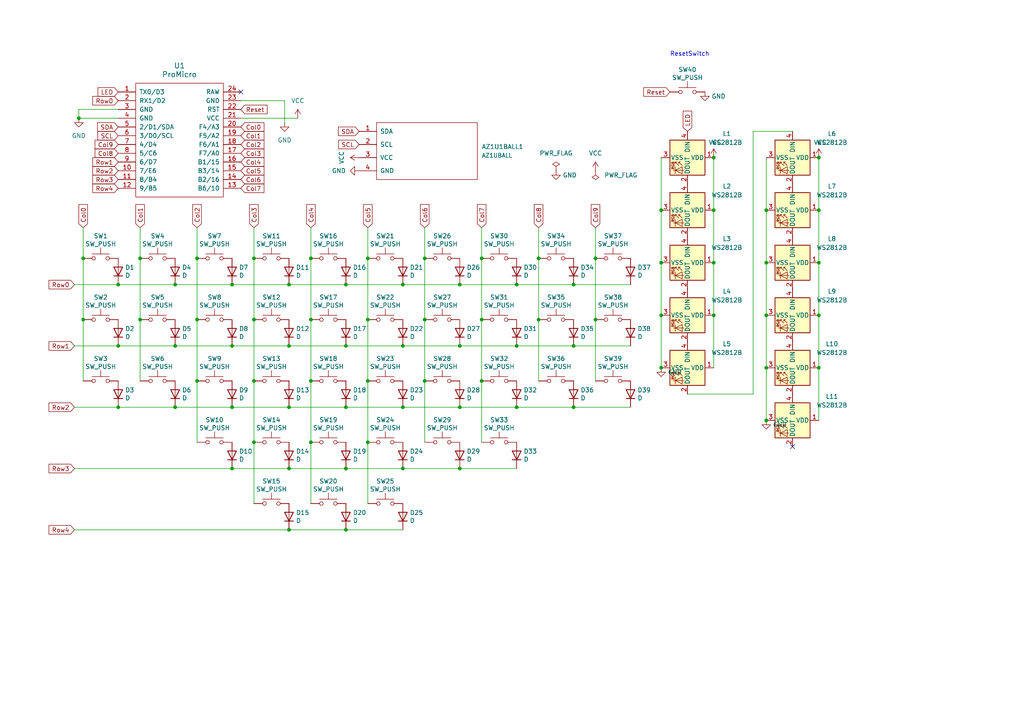
<source format=kicad_sch>
(kicad_sch (version 20230121) (generator eeschema)
  (paper "A4")
  (lib_symbols
    (symbol "Device:D" (pin_numbers hide) (pin_names (offset 1.016) hide)
      (property "Reference" "D" (at 0 2.54 0))
      (property "Value" "D" (at 0 -2.54 0))
      (symbol "D_0_1"
        (polyline (pts (xy -1.27 1.27) (xy -1.27 -1.27)) (stroke (width 0.254)))
        (polyline (pts (xy 1.27 0) (xy -1.27 0)))
        (polyline (pts (xy 1.27 1.27) (xy 1.27 -1.27) (xy -1.27 0) (xy 1.27 1.27)) (stroke (width 0.254)))
      )
      (symbol "D_1_1"
        (pin passive line (at -3.81 0 0) (length 2.54) (name "K") (number "1"))
        (pin passive line (at 3.81 0 180) (length 2.54) (name "A") (number "2"))
      )
    )
    (symbol "LED:WS2812B" (pin_names (offset 0.254))
      (property "Reference" "D" (at 5.08 5.715 0))
      (property "Value" "WS2812B" (at 1.27 -5.715 0))
      (symbol "WS2812B_0_0"
        (text "RGB" (at 2.286 -4.191 0) (effects (font (size 0.762 0.762))))
      )
      (symbol "WS2812B_0_1"
        (polyline (pts (xy 1.27 -3.556) (xy 1.778 -3.556)))
        (polyline (pts (xy 1.27 -2.54) (xy 1.778 -2.54)))
        (polyline (pts (xy 4.699 -3.556) (xy 2.667 -3.556)))
        (polyline (pts (xy 2.286 -2.54) (xy 1.27 -3.556) (xy 1.27 -3.048)))
        (polyline (pts (xy 2.286 -1.524) (xy 1.27 -2.54) (xy 1.27 -2.032)))
        (polyline (pts (xy 3.683 -1.016) (xy 3.683 -3.556) (xy 3.683 -4.064)))
        (polyline (pts (xy 4.699 -1.524) (xy 2.667 -1.524) (xy 3.683 -3.556) (xy 4.699 -1.524)))
        (rectangle (start 5.08 5.08) (end -5.08 -5.08) (stroke (width 0.254)) (fill (type background)))
      )
      (symbol "WS2812B_1_1"
        (pin power_in line (at 0 7.62 270) (length 2.54) (name "VDD") (number "1"))
        (pin output line (at 7.62 0 180) (length 2.54) (name "DOUT") (number "2"))
        (pin power_in line (at 0 -7.62 90) (length 2.54) (name "VSS") (number "3"))
        (pin input line (at -7.62 0 0) (length 2.54) (name "DIN") (number "4"))
      )
    )
    (symbol "Switch:SW_Push" (pin_numbers hide) (pin_names (offset 1.016) hide)
      (property "Reference" "SW" (at 1.27 2.54 0))
      (property "Value" "SW_Push" (at 0 -1.524 0))
      (symbol "SW_Push_0_1"
        (circle (center -2.032 0) (radius 0.508))
        (polyline (pts (xy 0 1.27) (xy 0 3.048)))
        (polyline (pts (xy 2.54 1.27) (xy -2.54 1.27)))
        (circle (center 2.032 0) (radius 0.508))
        (pin passive line (at -5.08 0 0) (length 2.54) (name "1") (number "1"))
        (pin passive line (at 5.08 0 180) (length 2.54) (name "2") (number "2"))
      )
    )
    (symbol "foostan:OLED" (pin_names (offset 1.016))
      (property "Reference" "OL" (at 0 2.54 0))
      (property "Value" "OLED" (at 0 -1.27 0))
      (symbol "OLED_0_1"
        (rectangle (start -13.97 8.89) (end 15.24 -7.62))
      )
      (symbol "OLED_1_1"
        (pin bidirectional line (at -19.05 6.35 0) (length 5.08) (name "SDA") (number "1"))
        (pin bidirectional line (at -19.05 2.54 0) (length 5.08) (name "SCL") (number "2"))
        (pin power_in line (at -19.05 -1.27 0) (length 5.08) (name "VCC") (number "3"))
        (pin power_in line (at -19.05 -5.08 0) (length 5.08) (name "GND") (number "4"))
      )
    )
    (symbol "foostan:ProMicro" (pin_names (offset 1.016))
      (property "Reference" "U" (at 0 19.05 0))
      (property "Value" "ProMicro" (at 0 -19.05 0))
      (symbol "ProMicro_0_1"
        (rectangle (start -12.7 16.51) (end 12.7 -16.51))
      )
      (symbol "ProMicro_1_1"
        (pin bidirectional line (at -17.78 13.97 0) (length 5.08) (name "TX0/D3") (number "1"))
        (pin bidirectional line (at -17.78 -8.89 0) (length 5.08) (name "7/E6") (number "10"))
        (pin bidirectional line (at -17.78 -11.43 0) (length 5.08) (name "8/B4") (number "11"))
        (pin bidirectional line (at -17.78 -13.97 0) (length 5.08) (name "9/B5") (number "12"))
        (pin bidirectional line (at 17.78 -13.97 180) (length 5.08) (name "B6/10") (number "13"))
        (pin bidirectional line (at 17.78 -11.43 180) (length 5.08) (name "B2/16") (number "14"))
        (pin bidirectional line (at 17.78 -8.89 180) (length 5.08) (name "B3/14") (number "15"))
        (pin bidirectional line (at 17.78 -6.35 180) (length 5.08) (name "B1/15") (number "16"))
        (pin bidirectional line (at 17.78 -3.81 180) (length 5.08) (name "F7/A0") (number "17"))
        (pin bidirectional line (at 17.78 -1.27 180) (length 5.08) (name "F6/A1") (number "18"))
        (pin bidirectional line (at 17.78 1.27 180) (length 5.08) (name "F5/A2") (number "19"))
        (pin bidirectional line (at -17.78 11.43 0) (length 5.08) (name "RX1/D2") (number "2"))
        (pin bidirectional line (at 17.78 3.81 180) (length 5.08) (name "F4/A3") (number "20"))
        (pin power_in line (at 17.78 6.35 180) (length 5.08) (name "VCC") (number "21"))
        (pin input line (at 17.78 8.89 180) (length 5.08) (name "RST") (number "22"))
        (pin power_in line (at 17.78 11.43 180) (length 5.08) (name "GND") (number "23"))
        (pin power_out line (at 17.78 13.97 180) (length 5.08) (name "RAW") (number "24"))
        (pin power_in line (at -17.78 8.89 0) (length 5.08) (name "GND") (number "3"))
        (pin power_in line (at -17.78 6.35 0) (length 5.08) (name "GND") (number "4"))
        (pin bidirectional line (at -17.78 3.81 0) (length 5.08) (name "2/D1/SDA") (number "5"))
        (pin bidirectional line (at -17.78 1.27 0) (length 5.08) (name "3/D0/SCL") (number "6"))
        (pin bidirectional line (at -17.78 -1.27 0) (length 5.08) (name "4/D4") (number "7"))
        (pin bidirectional line (at -17.78 -3.81 0) (length 5.08) (name "5/C6") (number "8"))
        (pin bidirectional line (at -17.78 -6.35 0) (length 5.08) (name "6/D7") (number "9"))
      )
    )
    (symbol "power:GND" (power) (pin_names (offset 0))
      (property "Value" "GND" (at 0 -3.81 0))
      (symbol "GND_0_1"
        (polyline (pts (xy 0 0) (xy 0 -1.27) (xy 1.27 -1.27) (xy 0 -2.54) (xy -1.27 -1.27) (xy 0 -1.27)))
      )
      (symbol "GND_1_1"
        (pin power_in line (at 0 0 270) (length 0) hide (name "GND") (number "1"))
      )
    )
    (symbol "power:PWR_FLAG" (power) (pin_numbers hide) (pin_names (offset 0) hide)
      (property "Value" "PWR_FLAG" (at 0 3.81 0))
      (symbol "PWR_FLAG_0_0"
        (pin power_out line (at 0 0 90) (length 0) (name "pwr") (number "1"))
      )
      (symbol "PWR_FLAG_0_1"
        (polyline (pts (xy 0 0) (xy 0 1.27) (xy -1.016 1.905) (xy 0 2.54) (xy 1.016 1.905) (xy 0 1.27)))
      )
    )
    (symbol "power:VCC" (power) (pin_names (offset 0))
      (property "Value" "VCC" (at 0 3.81 0))
      (symbol "VCC_0_1"
        (polyline (pts (xy -0.762 1.27) (xy 0 2.54)))
        (polyline (pts (xy 0 0) (xy 0 2.54)))
        (polyline (pts (xy 0 2.54) (xy 0.762 1.27)))
      )
      (symbol "VCC_1_1"
        (pin power_in line (at 0 0 90) (length 0) hide (name "VCC") (number "1"))
      )
    )
  )
  (junction (at 133.35 82.55))
  (junction (at 90.17 128.27))
  (junction (at 207.01 60.96))
  (junction (at 34.29 82.55))
  (junction (at 106.68 110.49))
  (junction (at 133.35 135.89))
  (junction (at 50.8 82.55))
  (junction (at 106.68 74.93))
  (junction (at 237.49 45.72))
  (junction (at 149.86 82.55))
  (junction (at 106.68 128.27))
  (junction (at 34.29 118.11))
  (junction (at 106.68 92.71))
  (junction (at 57.15 110.49))
  (junction (at 123.19 110.49))
  (junction (at 207.01 91.44))
  (junction (at 67.31 118.11))
  (junction (at 100.33 135.89))
  (junction (at 73.66 110.49))
  (junction (at 222.25 121.92))
  (junction (at 139.7 110.49))
  (junction (at 133.35 118.11))
  (junction (at 83.82 153.67))
  (junction (at 90.17 110.49))
  (junction (at 149.86 100.33))
  (junction (at 50.8 118.11))
  (junction (at 24.13 74.93))
  (junction (at 83.82 135.89))
  (junction (at 156.21 74.93))
  (junction (at 24.13 92.71))
  (junction (at 100.33 82.55))
  (junction (at 166.37 100.33))
  (junction (at 116.84 135.89))
  (junction (at 100.33 118.11))
  (junction (at 83.82 100.33))
  (junction (at 73.66 92.71))
  (junction (at 149.86 118.11))
  (junction (at 67.31 100.33))
  (junction (at 139.7 74.93))
  (junction (at 207.01 76.2))
  (junction (at 116.84 82.55))
  (junction (at 123.19 92.71))
  (junction (at 123.19 74.93))
  (junction (at 191.77 60.96))
  (junction (at 57.15 74.93))
  (junction (at 191.77 91.44))
  (junction (at 139.7 92.71))
  (junction (at 222.25 91.44))
  (junction (at 166.37 118.11))
  (junction (at 22.86 34.29))
  (junction (at 40.64 92.71))
  (junction (at 34.29 100.33))
  (junction (at 156.21 92.71))
  (junction (at 133.35 100.33))
  (junction (at 83.82 82.55))
  (junction (at 100.33 153.67))
  (junction (at 40.64 74.93))
  (junction (at 207.01 45.72))
  (junction (at 73.66 128.27))
  (junction (at 166.37 82.55))
  (junction (at 172.72 92.71))
  (junction (at 222.25 76.2))
  (junction (at 237.49 106.68))
  (junction (at 50.8 100.33))
  (junction (at 191.77 106.68))
  (junction (at 116.84 118.11))
  (junction (at 191.77 76.2))
  (junction (at 83.82 118.11))
  (junction (at 237.49 76.2))
  (junction (at 172.72 74.93))
  (junction (at 73.66 74.93))
  (junction (at 90.17 92.71))
  (junction (at 222.25 106.68))
  (junction (at 90.17 74.93))
  (junction (at 67.31 135.89))
  (junction (at 100.33 100.33))
  (junction (at 67.31 82.55))
  (junction (at 237.49 91.44))
  (junction (at 57.15 92.71))
  (junction (at 222.25 60.96))
  (junction (at 116.84 100.33))
  (junction (at 237.49 60.96))
  (no_connect (at 229.87 129.54))
  (no_connect (at 69.85 26.67))
  (wire (pts (xy 237.49 106.68) (xy 237.49 121.92)))
  (wire (pts (xy 67.31 135.89) (xy 83.82 135.89)))
  (wire (pts (xy 50.8 82.55) (xy 67.31 82.55)))
  (wire (pts (xy 222.25 91.44) (xy 222.25 106.68)))
  (wire (pts (xy 100.33 82.55) (xy 116.84 82.55)))
  (wire (pts (xy 67.31 118.11) (xy 83.82 118.11)))
  (wire (pts (xy 40.64 66.04) (xy 40.64 74.93)))
  (wire (pts (xy 100.33 135.89) (xy 116.84 135.89)))
  (wire (pts (xy 106.68 92.71) (xy 106.68 110.49)))
  (wire (pts (xy 149.86 82.55) (xy 166.37 82.55)))
  (wire (pts (xy 57.15 74.93) (xy 57.15 92.71)))
  (wire (pts (xy 237.49 60.96) (xy 237.49 76.2)))
  (wire (pts (xy 83.82 135.89) (xy 100.33 135.89)))
  (wire (pts (xy 40.64 92.71) (xy 40.64 110.49)))
  (wire (pts (xy 21.59 135.89) (xy 67.31 135.89)))
  (wire (pts (xy 199.39 114.3) (xy 218.44 114.3)))
  (wire (pts (xy 24.13 74.93) (xy 24.13 92.71)))
  (wire (pts (xy 40.64 74.93) (xy 40.64 92.71)))
  (wire (pts (xy 100.33 118.11) (xy 116.84 118.11)))
  (wire (pts (xy 83.82 82.55) (xy 100.33 82.55)))
  (wire (pts (xy 166.37 82.55) (xy 182.88 82.55)))
  (wire (pts (xy 50.8 118.11) (xy 67.31 118.11)))
  (wire (pts (xy 237.49 76.2) (xy 237.49 91.44)))
  (wire (pts (xy 57.15 92.71) (xy 57.15 110.49)))
  (wire (pts (xy 67.31 82.55) (xy 83.82 82.55)))
  (wire (pts (xy 24.13 92.71) (xy 24.13 110.49)))
  (wire (pts (xy 116.84 118.11) (xy 133.35 118.11)))
  (wire (pts (xy 73.66 66.04) (xy 73.66 74.93)))
  (wire (pts (xy 21.59 100.33) (xy 34.29 100.33)))
  (wire (pts (xy 100.33 153.67) (xy 116.84 153.67)))
  (wire (pts (xy 191.77 45.72) (xy 191.77 60.96)))
  (wire (pts (xy 133.35 135.89) (xy 149.86 135.89)))
  (wire (pts (xy 34.29 100.33) (xy 50.8 100.33)))
  (wire (pts (xy 237.49 91.44) (xy 237.49 106.68)))
  (wire (pts (xy 207.01 76.2) (xy 207.01 91.44)))
  (wire (pts (xy 106.68 74.93) (xy 106.68 92.71)))
  (wire (pts (xy 22.86 31.75) (xy 22.86 34.29)))
  (wire (pts (xy 166.37 118.11) (xy 182.88 118.11)))
  (wire (pts (xy 73.66 110.49) (xy 73.66 128.27)))
  (wire (pts (xy 139.7 92.71) (xy 139.7 110.49)))
  (wire (pts (xy 222.25 45.72) (xy 222.25 60.96)))
  (wire (pts (xy 21.59 82.55) (xy 34.29 82.55)))
  (wire (pts (xy 106.68 128.27) (xy 106.68 146.05)))
  (wire (pts (xy 21.59 153.67) (xy 83.82 153.67)))
  (wire (pts (xy 207.01 91.44) (xy 207.01 106.68)))
  (wire (pts (xy 24.13 66.04) (xy 24.13 74.93)))
  (wire (pts (xy 50.8 100.33) (xy 67.31 100.33)))
  (wire (pts (xy 149.86 118.11) (xy 166.37 118.11)))
  (wire (pts (xy 90.17 92.71) (xy 90.17 110.49)))
  (wire (pts (xy 69.85 34.29) (xy 86.36 34.29)))
  (wire (pts (xy 222.25 76.2) (xy 222.25 91.44)))
  (wire (pts (xy 149.86 100.33) (xy 166.37 100.33)))
  (wire (pts (xy 90.17 128.27) (xy 90.17 146.05)))
  (wire (pts (xy 133.35 82.55) (xy 149.86 82.55)))
  (wire (pts (xy 156.21 66.04) (xy 156.21 74.93)))
  (wire (pts (xy 106.68 110.49) (xy 106.68 128.27)))
  (wire (pts (xy 82.55 35.56) (xy 82.55 29.21)))
  (wire (pts (xy 67.31 100.33) (xy 83.82 100.33)))
  (wire (pts (xy 133.35 100.33) (xy 149.86 100.33)))
  (wire (pts (xy 166.37 100.33) (xy 182.88 100.33)))
  (wire (pts (xy 83.82 118.11) (xy 100.33 118.11)))
  (wire (pts (xy 116.84 100.33) (xy 133.35 100.33)))
  (wire (pts (xy 191.77 60.96) (xy 191.77 76.2)))
  (wire (pts (xy 34.29 118.11) (xy 50.8 118.11)))
  (wire (pts (xy 237.49 45.72) (xy 237.49 60.96)))
  (wire (pts (xy 156.21 92.71) (xy 156.21 110.49)))
  (wire (pts (xy 133.35 118.11) (xy 149.86 118.11)))
  (wire (pts (xy 172.72 74.93) (xy 172.72 92.71)))
  (wire (pts (xy 222.25 106.68) (xy 222.25 121.92)))
  (wire (pts (xy 156.21 74.93) (xy 156.21 92.71)))
  (wire (pts (xy 21.59 118.11) (xy 34.29 118.11)))
  (wire (pts (xy 218.44 38.1) (xy 229.87 38.1)))
  (wire (pts (xy 90.17 74.93) (xy 90.17 92.71)))
  (wire (pts (xy 57.15 110.49) (xy 57.15 128.27)))
  (wire (pts (xy 172.72 66.04) (xy 172.72 74.93)))
  (wire (pts (xy 73.66 92.71) (xy 73.66 110.49)))
  (wire (pts (xy 73.66 74.93) (xy 73.66 92.71)))
  (wire (pts (xy 218.44 114.3) (xy 218.44 38.1)))
  (wire (pts (xy 82.55 29.21) (xy 69.85 29.21)))
  (wire (pts (xy 222.25 60.96) (xy 222.25 76.2)))
  (wire (pts (xy 22.86 34.29) (xy 34.29 34.29)))
  (wire (pts (xy 123.19 66.04) (xy 123.19 74.93)))
  (wire (pts (xy 191.77 91.44) (xy 191.77 106.68)))
  (wire (pts (xy 123.19 74.93) (xy 123.19 92.71)))
  (wire (pts (xy 57.15 66.04) (xy 57.15 74.93)))
  (wire (pts (xy 83.82 153.67) (xy 100.33 153.67)))
  (wire (pts (xy 207.01 60.96) (xy 207.01 76.2)))
  (wire (pts (xy 73.66 128.27) (xy 73.66 146.05)))
  (wire (pts (xy 139.7 110.49) (xy 139.7 128.27)))
  (wire (pts (xy 34.29 31.75) (xy 22.86 31.75)))
  (wire (pts (xy 34.29 82.55) (xy 50.8 82.55)))
  (wire (pts (xy 172.72 92.71) (xy 172.72 110.49)))
  (wire (pts (xy 106.68 66.04) (xy 106.68 74.93)))
  (wire (pts (xy 123.19 92.71) (xy 123.19 110.49)))
  (wire (pts (xy 123.19 110.49) (xy 123.19 128.27)))
  (wire (pts (xy 100.33 100.33) (xy 116.84 100.33)))
  (wire (pts (xy 116.84 82.55) (xy 133.35 82.55)))
  (wire (pts (xy 139.7 66.04) (xy 139.7 74.93)))
  (wire (pts (xy 90.17 66.04) (xy 90.17 74.93)))
  (wire (pts (xy 191.77 76.2) (xy 191.77 91.44)))
  (wire (pts (xy 116.84 135.89) (xy 133.35 135.89)))
  (wire (pts (xy 139.7 74.93) (xy 139.7 92.71)))
  (wire (pts (xy 83.82 100.33) (xy 100.33 100.33)))
  (wire (pts (xy 207.01 45.72) (xy 207.01 60.96)))
  (wire (pts (xy 90.17 110.49) (xy 90.17 128.27)))
  (text "ResetSwitch" (at 194.31 16.51 0) (effects (font (size 1.27 1.27)) (justify left bottom)))
  (global_label "Col5" (shape input) (at 106.68 66.04 90) (property "Intersheetrefs" "${INTERSHEET_REFS}" (effects hide)))
  (global_label "Col4" (shape input) (at 90.17 66.04 90) (property "Intersheetrefs" "${INTERSHEET_REFS}" (effects hide)))
  (global_label "Row4" (shape input) (at 21.59 153.67 180) (property "Intersheetrefs" "${INTERSHEET_REFS}" (effects hide)))
  (global_label "Col1" (shape input) (at 69.85 39.37 0) (property "Intersheetrefs" "${INTERSHEET_REFS}" (effects hide)))
  (global_label "Row3" (shape input) (at 34.29 52.07 180) (property "Intersheetrefs" "${INTERSHEET_REFS}" (effects hide)))
  (global_label "LED" (shape input) (at 34.29 26.67 180) (property "Intersheetrefs" "${INTERSHEET_REFS}" (effects hide)))
  (global_label "Col3" (shape input) (at 73.66 66.04 90) (property "Intersheetrefs" "${INTERSHEET_REFS}" (effects hide)))
  (global_label "Row4" (shape input) (at 34.29 54.61 180) (property "Intersheetrefs" "${INTERSHEET_REFS}" (effects hide)))
  (global_label "Col7" (shape input) (at 69.85 54.61 0) (property "Intersheetrefs" "${INTERSHEET_REFS}" (effects hide)))
  (global_label "Col9" (shape input) (at 34.29 41.91 180) (property "Intersheetrefs" "${INTERSHEET_REFS}" (effects hide)))
  (global_label "Row2" (shape input) (at 21.59 118.11 180) (property "Intersheetrefs" "${INTERSHEET_REFS}" (effects hide)))
  (global_label "Reset" (shape input) (at 69.85 31.75 0) (property "Intersheetrefs" "${INTERSHEET_REFS}" (effects hide)))
  (global_label "Col3" (shape input) (at 69.85 44.45 0) (property "Intersheetrefs" "${INTERSHEET_REFS}" (effects hide)))
  (global_label "Row0" (shape input) (at 34.29 29.21 180) (property "Intersheetrefs" "${INTERSHEET_REFS}" (effects hide)))
  (global_label "Col4" (shape input) (at 69.85 46.99 0) (property "Intersheetrefs" "${INTERSHEET_REFS}" (effects hide)))
  (global_label "Col2" (shape input) (at 69.85 41.91 0) (property "Intersheetrefs" "${INTERSHEET_REFS}" (effects hide)))
  (global_label "SDA" (shape input) (at 34.29 36.83 180) (property "Intersheetrefs" "${INTERSHEET_REFS}" (effects hide)))
  (global_label "SCL" (shape input) (at 34.29 39.37 180) (property "Intersheetrefs" "${INTERSHEET_REFS}" (effects hide)))
  (global_label "Col1" (shape input) (at 40.64 66.04 90) (property "Intersheetrefs" "${INTERSHEET_REFS}" (effects hide)))
  (global_label "Col6" (shape input) (at 123.19 66.04 90) (property "Intersheetrefs" "${INTERSHEET_REFS}" (effects hide)))
  (global_label "Col5" (shape input) (at 69.85 49.53 0) (property "Intersheetrefs" "${INTERSHEET_REFS}" (effects hide)))
  (global_label "Row1" (shape input) (at 34.29 46.99 180) (property "Intersheetrefs" "${INTERSHEET_REFS}" (effects hide)))
  (global_label "Row2" (shape input) (at 34.29 49.53 180) (property "Intersheetrefs" "${INTERSHEET_REFS}" (effects hide)))
  (global_label "Col9" (shape input) (at 172.72 66.04 90) (property "Intersheetrefs" "${INTERSHEET_REFS}" (effects hide)))
  (global_label "Col7" (shape input) (at 139.7 66.04 90) (property "Intersheetrefs" "${INTERSHEET_REFS}" (effects hide)))
  (global_label "Col0" (shape input) (at 24.13 66.04 90) (property "Intersheetrefs" "${INTERSHEET_REFS}" (effects hide)))
  (global_label "Col0" (shape input) (at 69.85 36.83 0) (property "Intersheetrefs" "${INTERSHEET_REFS}" (effects hide)))
  (global_label "Col2" (shape input) (at 57.15 66.04 90) (property "Intersheetrefs" "${INTERSHEET_REFS}" (effects hide)))
  (global_label "Reset" (shape input) (at 194.31 26.67 180) (property "Intersheetrefs" "${INTERSHEET_REFS}" (effects hide)))
  (global_label "Row3" (shape input) (at 21.59 135.89 180) (property "Intersheetrefs" "${INTERSHEET_REFS}" (effects hide)))
  (global_label "LED" (shape input) (at 199.39 38.1 90) (property "Intersheetrefs" "${INTERSHEET_REFS}" (effects hide)))
  (global_label "Row1" (shape input) (at 21.59 100.33 180) (property "Intersheetrefs" "${INTERSHEET_REFS}" (effects hide)))
  (global_label "Col8" (shape input) (at 156.21 66.04 90) (property "Intersheetrefs" "${INTERSHEET_REFS}" (effects hide)))
  (global_label "Col8" (shape input) (at 34.29 44.45 180) (property "Intersheetrefs" "${INTERSHEET_REFS}" (effects hide)))
  (global_label "SDA" (shape input) (at 104.14 38.1 180) (property "Intersheetrefs" "${INTERSHEET_REFS}" (effects hide)))
  (global_label "Row0" (shape input) (at 21.59 82.55 180) (property "Intersheetrefs" "${INTERSHEET_REFS}" (effects hide)))
  (global_label "Col6" (shape input) (at 69.85 52.07 0) (property "Intersheetrefs" "${INTERSHEET_REFS}" (effects hide)))
  (global_label "SCL" (shape input) (at 104.14 41.91 180) (property "Intersheetrefs" "${INTERSHEET_REFS}" (effects hide)))
  (symbol (lib_id "power:VCC") (at 86.36 34.29 0) (unit 1)
    (property "Reference" "#PWR03" (effects hide))
    (property "Value" "VCC" (at 86.36 29.21 0))
  )
  (symbol (lib_id "LED:WS2812B") (at 229.87 121.92 270) (unit 1)
    (property "Reference" "L11" (at 241.3 114.9919 90))
    (property "Value" "WS2812B" (at 241.3 117.5319 90))
    (property "Footprint" "kbd:LED_WS2812B-PLCC4" (effects hide))
    (property "Datasheet" "https://cdn-shop.adafruit.com/datasheets/WS2812B.pdf" (effects hide))
  )
  (symbol (lib_id "Device:D") (at 67.31 96.52 90) (unit 1)
    (property "Reference" "D8" (at 69.3166 95.3516 90) (effects (justify right)))
    (property "Value" "D" (at 69.3166 97.663 90) (effects (justify right)))
    (property "Footprint" "kbd_Parts:Diode_SMD" (effects hide))
    (property "Sim.Device" "D" (effects hide))
    (property "Sim.Pins" "1=K 2=A" (effects hide))
  )
  (symbol (lib_id "LED:WS2812B") (at 199.39 106.68 270) (unit 1)
    (property "Reference" "L5" (at 210.82 99.7519 90))
    (property "Value" "WS2812B" (at 210.82 102.2919 90))
    (property "Footprint" "kbd:LED_WS2812B-PLCC4" (effects hide))
    (property "Datasheet" "https://cdn-shop.adafruit.com/datasheets/WS2812B.pdf" (effects hide))
  )
  (symbol (lib_id "Switch:SW_Push") (at 144.78 74.93 0) (unit 1)
    (property "Reference" "SW30" (at 144.78 68.453 0))
    (property "Value" "SW_PUSH" (at 144.78 70.7644 0))
    (property "Footprint" "kbd_SW:CherryMX_Hotswap_1u" (effects hide))
  )
  (symbol (lib_id "Switch:SW_Push") (at 78.74 146.05 0) (unit 1)
    (property "Reference" "SW15" (at 78.74 139.573 0))
    (property "Value" "SW_PUSH" (at 78.74 141.8844 0))
    (property "Footprint" "kbd_SW:CherryMX_Hotswap_1u" (effects hide))
  )
  (symbol (lib_id "Switch:SW_Push") (at 62.23 110.49 0) (unit 1)
    (property "Reference" "SW9" (at 62.23 104.013 0))
    (property "Value" "SW_PUSH" (at 62.23 106.3244 0))
    (property "Footprint" "kbd_SW:CherryMX_Hotswap_1u" (effects hide))
  )
  (symbol (lib_id "LED:WS2812B") (at 229.87 106.68 270) (unit 1)
    (property "Reference" "L10" (at 241.3 99.7519 90))
    (property "Value" "WS2812B" (at 241.3 102.2919 90))
    (property "Footprint" "kbd:LED_WS2812B-PLCC4" (effects hide))
    (property "Datasheet" "https://cdn-shop.adafruit.com/datasheets/WS2812B.pdf" (effects hide))
  )
  (symbol (lib_id "Switch:SW_Push") (at 95.25 110.49 0) (unit 1)
    (property "Reference" "SW18" (at 95.25 104.013 0))
    (property "Value" "SW_PUSH" (at 95.25 106.3244 0))
    (property "Footprint" "kbd_SW:CherryMX_Hotswap_1u" (effects hide))
  )
  (symbol (lib_id "Device:D") (at 50.8 114.3 90) (unit 1)
    (property "Reference" "D6" (at 52.8066 113.1316 90) (effects (justify right)))
    (property "Value" "D" (at 52.8066 115.443 90) (effects (justify right)))
    (property "Footprint" "kbd_Parts:Diode_SMD" (effects hide))
    (property "Sim.Device" "D" (effects hide))
    (property "Sim.Pins" "1=K 2=A" (effects hide))
  )
  (symbol (lib_id "Device:D") (at 149.86 132.08 90) (unit 1)
    (property "Reference" "D33" (at 151.8666 130.9116 90) (effects (justify right)))
    (property "Value" "D" (at 151.8666 133.223 90) (effects (justify right)))
    (property "Footprint" "kbd_Parts:Diode_SMD" (effects hide))
    (property "Sim.Device" "D" (effects hide))
    (property "Sim.Pins" "1=K 2=A" (effects hide))
  )
  (symbol (lib_id "Device:D") (at 116.84 96.52 90) (unit 1)
    (property "Reference" "D22" (at 118.8466 95.3516 90) (effects (justify right)))
    (property "Value" "D" (at 118.8466 97.663 90) (effects (justify right)))
    (property "Footprint" "kbd_Parts:Diode_SMD" (effects hide))
    (property "Sim.Device" "D" (effects hide))
    (property "Sim.Pins" "1=K 2=A" (effects hide))
  )
  (symbol (lib_id "Device:D") (at 116.84 149.86 90) (unit 1)
    (property "Reference" "D25" (at 118.8466 148.6916 90) (effects (justify right)))
    (property "Value" "D" (at 118.8466 151.003 90) (effects (justify right)))
    (property "Footprint" "kbd_Parts:Diode_SMD" (effects hide))
    (property "Sim.Device" "D" (effects hide))
    (property "Sim.Pins" "1=K 2=A" (effects hide))
  )
  (symbol (lib_id "foostan:ProMicro") (at 52.07 40.64 0) (unit 1)
    (property "Reference" "U1" (at 52.07 19.05 0) (effects (font (size 1.524 1.524))))
    (property "Value" "ProMicro" (at 52.07 21.59 0) (effects (font (size 1.524 1.524))))
    (property "Footprint" "kbd:ProMicro_v3.5" (effects hide))
  )
  (symbol (lib_id "Device:D") (at 149.86 96.52 90) (unit 1)
    (property "Reference" "D31" (at 151.8666 95.3516 90) (effects (justify right)))
    (property "Value" "D" (at 151.8666 97.663 90) (effects (justify right)))
    (property "Footprint" "kbd_Parts:Diode_SMD" (effects hide))
    (property "Sim.Device" "D" (effects hide))
    (property "Sim.Pins" "1=K 2=A" (effects hide))
  )
  (symbol (lib_id "Device:D") (at 182.88 96.52 90) (unit 1)
    (property "Reference" "D38" (at 184.8866 95.3516 90) (effects (justify right)))
    (property "Value" "D" (at 184.8866 97.663 90) (effects (justify right)))
    (property "Footprint" "kbd_Parts:Diode_SMD" (effects hide))
    (property "Sim.Device" "D" (effects hide))
    (property "Sim.Pins" "1=K 2=A" (effects hide))
  )
  (symbol (lib_id "Switch:SW_Push") (at 161.29 74.93 0) (unit 1)
    (property "Reference" "SW34" (at 161.29 68.453 0))
    (property "Value" "SW_PUSH" (at 161.29 70.7644 0))
    (property "Footprint" "kbd_SW:CherryMX_Hotswap_1u" (effects hide))
  )
  (symbol (lib_id "Switch:SW_Push") (at 95.25 92.71 0) (unit 1)
    (property "Reference" "SW17" (at 95.25 86.233 0))
    (property "Value" "SW_PUSH" (at 95.25 88.5444 0))
    (property "Footprint" "kbd_SW:CherryMX_Hotswap_1u" (effects hide))
  )
  (symbol (lib_id "Switch:SW_Push") (at 78.74 92.71 0) (unit 1)
    (property "Reference" "SW12" (at 78.74 86.233 0))
    (property "Value" "SW_PUSH" (at 78.74 88.5444 0))
    (property "Footprint" "kbd_SW:CherryMX_Hotswap_1u" (effects hide))
  )
  (symbol (lib_id "LED:WS2812B") (at 229.87 76.2 270) (unit 1)
    (property "Reference" "L8" (at 241.3 69.2719 90))
    (property "Value" "WS2812B" (at 241.3 71.8119 90))
    (property "Footprint" "kbd:LED_WS2812B-PLCC4" (effects hide))
    (property "Datasheet" "https://cdn-shop.adafruit.com/datasheets/WS2812B.pdf" (effects hide))
  )
  (symbol (lib_id "Switch:SW_Push") (at 95.25 128.27 0) (unit 1)
    (property "Reference" "SW19" (at 95.25 121.793 0))
    (property "Value" "SW_PUSH" (at 95.25 124.1044 0))
    (property "Footprint" "kbd_SW:CherryMX_Hotswap_1u" (effects hide))
  )
  (symbol (lib_id "Switch:SW_Push") (at 144.78 110.49 0) (unit 1)
    (property "Reference" "SW32" (at 144.78 104.013 0))
    (property "Value" "SW_PUSH" (at 144.78 106.3244 0))
    (property "Footprint" "kbd_SW:CherryMX_Hotswap_1u" (effects hide))
  )
  (symbol (lib_id "Switch:SW_Push") (at 161.29 110.49 0) (unit 1)
    (property "Reference" "SW36" (at 161.29 104.013 0))
    (property "Value" "SW_PUSH" (at 161.29 106.3244 0))
    (property "Footprint" "kbd_SW:CherryMX_Hotswap_1u" (effects hide))
  )
  (symbol (lib_id "Switch:SW_Push") (at 111.76 128.27 0) (unit 1)
    (property "Reference" "SW24" (at 111.76 121.793 0))
    (property "Value" "SW_PUSH" (at 111.76 124.1044 0))
    (property "Footprint" "kbd_SW:CherryMX_Hotswap_1u" (effects hide))
  )
  (symbol (lib_id "Device:D") (at 100.33 96.52 90) (unit 1)
    (property "Reference" "D17" (at 102.3366 95.3516 90) (effects (justify right)))
    (property "Value" "D" (at 102.3366 97.663 90) (effects (justify right)))
    (property "Footprint" "kbd_Parts:Diode_SMD" (effects hide))
    (property "Sim.Device" "D" (effects hide))
    (property "Sim.Pins" "1=K 2=A" (effects hide))
  )
  (symbol (lib_id "Device:D") (at 166.37 78.74 90) (unit 1)
    (property "Reference" "D34" (at 168.3766 77.5716 90) (effects (justify right)))
    (property "Value" "D" (at 168.3766 79.883 90) (effects (justify right)))
    (property "Footprint" "kbd_Parts:Diode_SMD" (effects hide))
    (property "Sim.Device" "D" (effects hide))
    (property "Sim.Pins" "1=K 2=A" (effects hide))
  )
  (symbol (lib_id "power:GND") (at 222.25 121.92 0) (unit 1)
    (property "Reference" "#PWR011" (effects hide))
    (property "Value" "GND" (at 224.155 123.1899 0) (effects (justify left)))
  )
  (symbol (lib_id "Switch:SW_Push") (at 45.72 110.49 0) (unit 1)
    (property "Reference" "SW6" (at 45.72 104.013 0))
    (property "Value" "SW_PUSH" (at 45.72 106.3244 0))
    (property "Footprint" "kbd_SW:CherryMX_Hotswap_1u" (effects hide))
  )
  (symbol (lib_id "Switch:SW_Push") (at 29.21 92.71 0) (unit 1)
    (property "Reference" "SW2" (at 29.21 86.233 0))
    (property "Value" "SW_PUSH" (at 29.21 88.5444 0))
    (property "Footprint" "kbd_SW:CherryMX_Hotswap_1u" (effects hide))
  )
  (symbol (lib_id "Device:D") (at 34.29 114.3 90) (unit 1)
    (property "Reference" "D3" (at 36.2966 113.1316 90) (effects (justify right)))
    (property "Value" "D" (at 36.2966 115.443 90) (effects (justify right)))
    (property "Footprint" "kbd_Parts:Diode_SMD" (effects hide))
    (property "Sim.Device" "D" (effects hide))
    (property "Sim.Pins" "1=K 2=A" (effects hide))
  )
  (symbol (lib_id "power:GND") (at 104.14 49.53 270) (unit 1)
    (property "Reference" "#PWR05" (effects hide))
    (property "Value" "GND" (at 100.33 49.53 90) (effects (justify right)))
  )
  (symbol (lib_id "power:GND") (at 161.29 49.53 0) (unit 1)
    (property "Reference" "#PWR06" (effects hide))
    (property "Value" "GND" (at 163.195 50.7999 0) (effects (justify left)))
  )
  (symbol (lib_id "power:VCC") (at 104.14 45.72 90) (unit 1)
    (property "Reference" "#PWR04" (effects hide))
    (property "Value" "VCC" (at 99.06 45.72 0))
  )
  (symbol (lib_id "Switch:SW_Push") (at 177.8 92.71 0) (unit 1)
    (property "Reference" "SW38" (at 177.8 86.233 0))
    (property "Value" "SW_PUSH" (at 177.8 88.5444 0))
    (property "Footprint" "kbd_SW:CherryMX_Hotswap_1u" (effects hide))
  )
  (symbol (lib_id "Device:D") (at 83.82 132.08 90) (unit 1)
    (property "Reference" "D14" (at 85.8266 130.9116 90) (effects (justify right)))
    (property "Value" "D" (at 85.8266 133.223 90) (effects (justify right)))
    (property "Footprint" "kbd_Parts:Diode_SMD" (effects hide))
    (property "Sim.Device" "D" (effects hide))
    (property "Sim.Pins" "1=K 2=A" (effects hide))
  )
  (symbol (lib_id "Switch:SW_Push") (at 78.74 74.93 0) (unit 1)
    (property "Reference" "SW11" (at 78.74 68.453 0))
    (property "Value" "SW_PUSH" (at 78.74 70.7644 0))
    (property "Footprint" "kbd_SW:CherryMX_Hotswap_1u" (effects hide))
  )
  (symbol (lib_id "Switch:SW_Push") (at 161.29 92.71 0) (unit 1)
    (property "Reference" "SW35" (at 161.29 86.233 0))
    (property "Value" "SW_PUSH" (at 161.29 88.5444 0))
    (property "Footprint" "kbd_SW:CherryMX_Hotswap_1u" (effects hide))
  )
  (symbol (lib_id "Switch:SW_Push") (at 177.8 110.49 0) (unit 1)
    (property "Reference" "SW39" (at 177.8 104.013 0))
    (property "Value" "SW_PUSH" (at 177.8 106.3244 0))
    (property "Footprint" "kbd_SW:CherryMX_Hotswap_1u" (effects hide))
  )
  (symbol (lib_id "power:PWR_FLAG") (at 172.72 49.53 180) (unit 1)
    (property "Reference" "#FLG02" (effects hide))
    (property "Value" "PWR_FLAG" (at 175.26 50.7999 0) (effects (justify right)))
  )
  (symbol (lib_id "Device:D") (at 50.8 96.52 90) (unit 1)
    (property "Reference" "D5" (at 52.8066 95.3516 90) (effects (justify right)))
    (property "Value" "D" (at 52.8066 97.663 90) (effects (justify right)))
    (property "Footprint" "kbd_Parts:Diode_SMD" (effects hide))
    (property "Sim.Device" "D" (effects hide))
    (property "Sim.Pins" "1=K 2=A" (effects hide))
  )
  (symbol (lib_id "Device:D") (at 67.31 78.74 90) (unit 1)
    (property "Reference" "D7" (at 69.3166 77.5716 90) (effects (justify right)))
    (property "Value" "D" (at 69.3166 79.883 90) (effects (justify right)))
    (property "Footprint" "kbd_Parts:Diode_SMD" (effects hide))
    (property "Sim.Device" "D" (effects hide))
    (property "Sim.Pins" "1=K 2=A" (effects hide))
  )
  (symbol (lib_id "Switch:SW_Push") (at 128.27 128.27 0) (unit 1)
    (property "Reference" "SW29" (at 128.27 121.793 0))
    (property "Value" "SW_PUSH" (at 128.27 124.1044 0))
    (property "Footprint" "kbd_SW:CherryMX_Hotswap_1u" (effects hide))
  )
  (symbol (lib_id "LED:WS2812B") (at 199.39 45.72 270) (unit 1)
    (property "Reference" "L1" (at 210.82 38.7919 90))
    (property "Value" "WS2812B" (at 210.82 41.3319 90))
    (property "Footprint" "kbd:LED_WS2812B-PLCC4" (effects hide))
    (property "Datasheet" "https://cdn-shop.adafruit.com/datasheets/WS2812B.pdf" (effects hide))
  )
  (symbol (lib_id "foostan:OLED") (at 123.19 44.45 0) (unit 1)
    (property "Reference" "AZ1U1BALL1" (at 139.7 42.545 0) (effects (font (size 1.2954 1.2954)) (justify left)))
    (property "Value" "AZ1UBALL" (at 139.7 45.085 0) (effects (font (size 1.1938 1.1938)) (justify left)))
    (property "Footprint" "footprint_symbols:AZ1UBALL" (effects hide))
  )
  (symbol (lib_id "Device:D") (at 83.82 96.52 90) (unit 1)
    (property "Reference" "D12" (at 85.8266 95.3516 90) (effects (justify right)))
    (property "Value" "D" (at 85.8266 97.663 90) (effects (justify right)))
    (property "Footprint" "kbd_Parts:Diode_SMD" (effects hide))
    (property "Sim.Device" "D" (effects hide))
    (property "Sim.Pins" "1=K 2=A" (effects hide))
  )
  (symbol (lib_id "power:GND") (at 22.86 34.29 0) (unit 1)
    (property "Reference" "#PWR01" (effects hide))
    (property "Value" "GND" (at 22.86 39.37 0))
  )
  (symbol (lib_id "Device:D") (at 34.29 96.52 90) (unit 1)
    (property "Reference" "D2" (at 36.2966 95.3516 90) (effects (justify right)))
    (property "Value" "D" (at 36.2966 97.663 90) (effects (justify right)))
    (property "Footprint" "kbd_Parts:Diode_SMD" (effects hide))
    (property "Sim.Device" "D" (effects hide))
    (property "Sim.Pins" "1=K 2=A" (effects hide))
  )
  (symbol (lib_id "Device:D") (at 166.37 114.3 90) (unit 1)
    (property "Reference" "D36" (at 168.3766 113.1316 90) (effects (justify right)))
    (property "Value" "D" (at 168.3766 115.443 90) (effects (justify right)))
    (property "Footprint" "kbd_Parts:Diode_SMD" (effects hide))
    (property "Sim.Device" "D" (effects hide))
    (property "Sim.Pins" "1=K 2=A" (effects hide))
  )
  (symbol (lib_id "Device:D") (at 100.33 78.74 90) (unit 1)
    (property "Reference" "D16" (at 102.3366 77.5716 90) (effects (justify right)))
    (property "Value" "D" (at 102.3366 79.883 90) (effects (justify right)))
    (property "Footprint" "kbd_Parts:Diode_SMD" (effects hide))
    (property "Sim.Device" "D" (effects hide))
    (property "Sim.Pins" "1=K 2=A" (effects hide))
  )
  (symbol (lib_id "LED:WS2812B") (at 199.39 76.2 270) (unit 1)
    (property "Reference" "L3" (at 210.82 69.2719 90))
    (property "Value" "WS2812B" (at 210.82 71.8119 90))
    (property "Footprint" "kbd:LED_WS2812B-PLCC4" (effects hide))
    (property "Datasheet" "https://cdn-shop.adafruit.com/datasheets/WS2812B.pdf" (effects hide))
  )
  (symbol (lib_id "Switch:SW_Push") (at 62.23 128.27 0) (unit 1)
    (property "Reference" "SW10" (at 62.23 121.793 0))
    (property "Value" "SW_PUSH" (at 62.23 124.1044 0))
    (property "Footprint" "kbd_SW:CherryMX_Hotswap_1u" (effects hide))
  )
  (symbol (lib_id "Switch:SW_Push") (at 111.76 92.71 0) (unit 1)
    (property "Reference" "SW22" (at 111.76 86.233 0))
    (property "Value" "SW_PUSH" (at 111.76 88.5444 0))
    (property "Footprint" "kbd_SW:CherryMX_Hotswap_1u" (effects hide))
  )
  (symbol (lib_id "Switch:SW_Push") (at 128.27 110.49 0) (unit 1)
    (property "Reference" "SW28" (at 128.27 104.013 0))
    (property "Value" "SW_PUSH" (at 128.27 106.3244 0))
    (property "Footprint" "kbd_SW:CherryMX_Hotswap_1u" (effects hide))
  )
  (symbol (lib_id "Switch:SW_Push") (at 144.78 128.27 0) (unit 1)
    (property "Reference" "SW33" (at 144.78 121.793 0))
    (property "Value" "SW_PUSH" (at 144.78 124.1044 0))
    (property "Footprint" "kbd_SW:CherryMX_Hotswap_1u" (effects hide))
  )
  (symbol (lib_id "Device:D") (at 100.33 132.08 90) (unit 1)
    (property "Reference" "D19" (at 102.3366 130.9116 90) (effects (justify right)))
    (property "Value" "D" (at 102.3366 133.223 90) (effects (justify right)))
    (property "Footprint" "kbd_Parts:Diode_SMD" (effects hide))
    (property "Sim.Device" "D" (effects hide))
    (property "Sim.Pins" "1=K 2=A" (effects hide))
  )
  (symbol (lib_id "Device:D") (at 133.35 96.52 90) (unit 1)
    (property "Reference" "D27" (at 135.3566 95.3516 90) (effects (justify right)))
    (property "Value" "D" (at 135.3566 97.663 90) (effects (justify right)))
    (property "Footprint" "kbd_Parts:Diode_SMD" (effects hide))
    (property "Sim.Device" "D" (effects hide))
    (property "Sim.Pins" "1=K 2=A" (effects hide))
  )
  (symbol (lib_id "Device:D") (at 83.82 149.86 90) (unit 1)
    (property "Reference" "D15" (at 85.8266 148.6916 90) (effects (justify right)))
    (property "Value" "D" (at 85.8266 151.003 90) (effects (justify right)))
    (property "Footprint" "kbd_Parts:Diode_SMD" (effects hide))
    (property "Sim.Device" "D" (effects hide))
    (property "Sim.Pins" "1=K 2=A" (effects hide))
  )
  (symbol (lib_id "LED:WS2812B") (at 229.87 45.72 270) (unit 1)
    (property "Reference" "L6" (at 241.3 38.7919 90))
    (property "Value" "WS2812B" (at 241.3 41.3319 90))
    (property "Footprint" "kbd:LED_WS2812B-PLCC4" (effects hide))
    (property "Datasheet" "https://cdn-shop.adafruit.com/datasheets/WS2812B.pdf" (effects hide))
  )
  (symbol (lib_id "power:VCC") (at 237.49 45.72 0) (unit 1)
    (property "Reference" "#PWR012" (effects hide))
    (property "Value" "VCC" (at 237.9218 41.3258 0))
  )
  (symbol (lib_id "Device:D") (at 67.31 132.08 90) (unit 1)
    (property "Reference" "D10" (at 69.3166 130.9116 90) (effects (justify right)))
    (property "Value" "D" (at 69.3166 133.223 90) (effects (justify right)))
    (property "Footprint" "kbd_Parts:Diode_SMD" (effects hide))
    (property "Sim.Device" "D" (effects hide))
    (property "Sim.Pins" "1=K 2=A" (effects hide))
  )
  (symbol (lib_id "Device:D") (at 182.88 78.74 90) (unit 1)
    (property "Reference" "D37" (at 184.8866 77.5716 90) (effects (justify right)))
    (property "Value" "D" (at 184.8866 79.883 90) (effects (justify right)))
    (property "Footprint" "kbd_Parts:Diode_SMD" (effects hide))
    (property "Sim.Device" "D" (effects hide))
    (property "Sim.Pins" "1=K 2=A" (effects hide))
  )
  (symbol (lib_id "Switch:SW_Push") (at 128.27 74.93 0) (unit 1)
    (property "Reference" "SW26" (at 128.27 68.453 0))
    (property "Value" "SW_PUSH" (at 128.27 70.7644 0))
    (property "Footprint" "kbd_SW:CherryMX_Hotswap_1u" (effects hide))
  )
  (symbol (lib_id "Switch:SW_Push") (at 78.74 128.27 0) (unit 1)
    (property "Reference" "SW14" (at 78.74 121.793 0))
    (property "Value" "SW_PUSH" (at 78.74 124.1044 0))
    (property "Footprint" "kbd_SW:CherryMX_Hotswap_1u" (effects hide))
  )
  (symbol (lib_id "Device:D") (at 116.84 114.3 90) (unit 1)
    (property "Reference" "D23" (at 118.8466 113.1316 90) (effects (justify right)))
    (property "Value" "D" (at 118.8466 115.443 90) (effects (justify right)))
    (property "Footprint" "kbd_Parts:Diode_SMD" (effects hide))
    (property "Sim.Device" "D" (effects hide))
    (property "Sim.Pins" "1=K 2=A" (effects hide))
  )
  (symbol (lib_id "power:PWR_FLAG") (at 161.29 49.53 0) (unit 1)
    (property "Reference" "#FLG01" (effects hide))
    (property "Value" "PWR_FLAG" (at 161.29 44.45 0))
  )
  (symbol (lib_id "Device:D") (at 116.84 132.08 90) (unit 1)
    (property "Reference" "D24" (at 118.8466 130.9116 90) (effects (justify right)))
    (property "Value" "D" (at 118.8466 133.223 90) (effects (justify right)))
    (property "Footprint" "kbd_Parts:Diode_SMD" (effects hide))
    (property "Sim.Device" "D" (effects hide))
    (property "Sim.Pins" "1=K 2=A" (effects hide))
  )
  (symbol (lib_id "Device:D") (at 149.86 78.74 90) (unit 1)
    (property "Reference" "D30" (at 151.8666 77.5716 90) (effects (justify right)))
    (property "Value" "D" (at 151.8666 79.883 90) (effects (justify right)))
    (property "Footprint" "kbd_Parts:Diode_SMD" (effects hide))
    (property "Sim.Device" "D" (effects hide))
    (property "Sim.Pins" "1=K 2=A" (effects hide))
  )
  (symbol (lib_id "Switch:SW_Push") (at 78.74 110.49 0) (unit 1)
    (property "Reference" "SW13" (at 78.74 104.013 0))
    (property "Value" "SW_PUSH" (at 78.74 106.3244 0))
    (property "Footprint" "kbd_SW:CherryMX_Hotswap_1u" (effects hide))
  )
  (symbol (lib_id "Device:D") (at 133.35 132.08 90) (unit 1)
    (property "Reference" "D29" (at 135.3566 130.9116 90) (effects (justify right)))
    (property "Value" "D" (at 135.3566 133.223 90) (effects (justify right)))
    (property "Footprint" "kbd_Parts:Diode_SMD" (effects hide))
    (property "Sim.Device" "D" (effects hide))
    (property "Sim.Pins" "1=K 2=A" (effects hide))
  )
  (symbol (lib_id "Switch:SW_Push") (at 144.78 92.71 0) (unit 1)
    (property "Reference" "SW31" (at 144.78 86.233 0))
    (property "Value" "SW_PUSH" (at 144.78 88.5444 0))
    (property "Footprint" "kbd_SW:CherryMX_Hotswap_1u" (effects hide))
  )
  (symbol (lib_id "Switch:SW_Push") (at 111.76 110.49 0) (unit 1)
    (property "Reference" "SW23" (at 111.76 104.013 0))
    (property "Value" "SW_PUSH" (at 111.76 106.3244 0))
    (property "Footprint" "kbd_SW:CherryMX_Hotswap_1u" (effects hide))
  )
  (symbol (lib_id "power:GND") (at 191.77 106.68 0) (unit 1)
    (property "Reference" "#PWR08" (effects hide))
    (property "Value" "GND" (at 193.675 107.9499 0) (effects (justify left)))
  )
  (symbol (lib_id "Switch:SW_Push") (at 62.23 74.93 0) (unit 1)
    (property "Reference" "SW7" (at 62.23 68.453 0))
    (property "Value" "SW_PUSH" (at 62.23 70.7644 0))
    (property "Footprint" "kbd_SW:CherryMX_Hotswap_1u" (effects hide))
  )
  (symbol (lib_id "Switch:SW_Push") (at 62.23 92.71 0) (unit 1)
    (property "Reference" "SW8" (at 62.23 86.233 0))
    (property "Value" "SW_PUSH" (at 62.23 88.5444 0))
    (property "Footprint" "kbd_SW:CherryMX_Hotswap_1u" (effects hide))
  )
  (symbol (lib_id "Switch:SW_Push") (at 45.72 92.71 0) (unit 1)
    (property "Reference" "SW5" (at 45.72 86.233 0))
    (property "Value" "SW_PUSH" (at 45.72 88.5444 0))
    (property "Footprint" "kbd_SW:CherryMX_Hotswap_1u" (effects hide))
  )
  (symbol (lib_id "Device:D") (at 34.29 78.74 90) (unit 1)
    (property "Reference" "D1" (at 36.2966 77.5716 90) (effects (justify right)))
    (property "Value" "D" (at 36.2966 79.883 90) (effects (justify right)))
    (property "Footprint" "kbd_Parts:Diode_SMD" (effects hide))
    (property "Sim.Device" "D" (effects hide))
    (property "Sim.Pins" "1=K 2=A" (effects hide))
  )
  (symbol (lib_id "Device:D") (at 100.33 149.86 90) (unit 1)
    (property "Reference" "D20" (at 102.3366 148.6916 90) (effects (justify right)))
    (property "Value" "D" (at 102.3366 151.003 90) (effects (justify right)))
    (property "Footprint" "kbd_Parts:Diode_SMD" (effects hide))
    (property "Sim.Device" "D" (effects hide))
    (property "Sim.Pins" "1=K 2=A" (effects hide))
  )
  (symbol (lib_id "Device:D") (at 116.84 78.74 90) (unit 1)
    (property "Reference" "D21" (at 118.8466 77.5716 90) (effects (justify right)))
    (property "Value" "D" (at 118.8466 79.883 90) (effects (justify right)))
    (property "Footprint" "kbd_Parts:Diode_SMD" (effects hide))
    (property "Sim.Device" "D" (effects hide))
    (property "Sim.Pins" "1=K 2=A" (effects hide))
  )
  (symbol (lib_id "Device:D") (at 149.86 114.3 90) (unit 1)
    (property "Reference" "D32" (at 151.8666 113.1316 90) (effects (justify right)))
    (property "Value" "D" (at 151.8666 115.443 90) (effects (justify right)))
    (property "Footprint" "kbd_Parts:Diode_SMD" (effects hide))
    (property "Sim.Device" "D" (effects hide))
    (property "Sim.Pins" "1=K 2=A" (effects hide))
  )
  (symbol (lib_id "Device:D") (at 100.33 114.3 90) (unit 1)
    (property "Reference" "D18" (at 102.3366 113.1316 90) (effects (justify right)))
    (property "Value" "D" (at 102.3366 115.443 90) (effects (justify right)))
    (property "Footprint" "kbd_Parts:Diode_SMD" (effects hide))
    (property "Sim.Device" "D" (effects hide))
    (property "Sim.Pins" "1=K 2=A" (effects hide))
  )
  (symbol (lib_id "Device:D") (at 133.35 114.3 90) (unit 1)
    (property "Reference" "D28" (at 135.3566 113.1316 90) (effects (justify right)))
    (property "Value" "D" (at 135.3566 115.443 90) (effects (justify right)))
    (property "Footprint" "kbd_Parts:Diode_SMD" (effects hide))
    (property "Sim.Device" "D" (effects hide))
    (property "Sim.Pins" "1=K 2=A" (effects hide))
  )
  (symbol (lib_id "Device:D") (at 50.8 78.74 90) (unit 1)
    (property "Reference" "D4" (at 52.8066 77.5716 90) (effects (justify right)))
    (property "Value" "D" (at 52.8066 79.883 90) (effects (justify right)))
    (property "Footprint" "kbd_Parts:Diode_SMD" (effects hide))
    (property "Sim.Device" "D" (effects hide))
    (property "Sim.Pins" "1=K 2=A" (effects hide))
  )
  (symbol (lib_id "Switch:SW_Push") (at 128.27 92.71 0) (unit 1)
    (property "Reference" "SW27" (at 128.27 86.233 0))
    (property "Value" "SW_PUSH" (at 128.27 88.5444 0))
    (property "Footprint" "kbd_SW:CherryMX_Hotswap_1u" (effects hide))
  )
  (symbol (lib_id "Device:D") (at 133.35 78.74 90) (unit 1)
    (property "Reference" "D26" (at 135.3566 77.5716 90) (effects (justify right)))
    (property "Value" "D" (at 135.3566 79.883 90) (effects (justify right)))
    (property "Footprint" "kbd_Parts:Diode_SMD" (effects hide))
    (property "Sim.Device" "D" (effects hide))
    (property "Sim.Pins" "1=K 2=A" (effects hide))
  )
  (symbol (lib_id "power:VCC") (at 172.72 49.53 0) (unit 1)
    (property "Reference" "#PWR07" (effects hide))
    (property "Value" "VCC" (at 172.72 44.45 0))
  )
  (symbol (lib_id "Switch:SW_Push") (at 111.76 74.93 0) (unit 1)
    (property "Reference" "SW21" (at 111.76 68.453 0))
    (property "Value" "SW_PUSH" (at 111.76 70.7644 0))
    (property "Footprint" "kbd_SW:CherryMX_Hotswap_1u" (effects hide))
  )
  (symbol (lib_id "power:VCC") (at 207.01 45.72 0) (unit 1)
    (property "Reference" "#PWR010" (effects hide))
    (property "Value" "VCC" (at 207.4418 41.3258 0))
  )
  (symbol (lib_id "Switch:SW_Push") (at 45.72 74.93 0) (unit 1)
    (property "Reference" "SW4" (at 45.72 68.453 0))
    (property "Value" "SW_PUSH" (at 45.72 70.7644 0))
    (property "Footprint" "kbd_SW:CherryMX_Hotswap_1u" (effects hide))
  )
  (symbol (lib_id "LED:WS2812B") (at 199.39 91.44 270) (unit 1)
    (property "Reference" "L4" (at 210.82 84.5119 90))
    (property "Value" "WS2812B" (at 210.82 87.0519 90))
    (property "Footprint" "kbd:LED_WS2812B-PLCC4" (effects hide))
    (property "Datasheet" "https://cdn-shop.adafruit.com/datasheets/WS2812B.pdf" (effects hide))
  )
  (symbol (lib_id "Switch:SW_Push") (at 199.39 26.67 0) (unit 1)
    (property "Reference" "SW40" (at 199.39 20.193 0))
    (property "Value" "SW_PUSH" (at 199.39 22.5044 0))
    (property "Footprint" "kbd_Parts:ResetSW" (effects hide))
  )
  (symbol (lib_id "Device:D") (at 83.82 78.74 90) (unit 1)
    (property "Reference" "D11" (at 85.8266 77.5716 90) (effects (justify right)))
    (property "Value" "D" (at 85.8266 79.883 90) (effects (justify right)))
    (property "Footprint" "kbd_Parts:Diode_SMD" (effects hide))
    (property "Sim.Device" "D" (effects hide))
    (property "Sim.Pins" "1=K 2=A" (effects hide))
  )
  (symbol (lib_id "power:GND") (at 204.47 26.67 0) (unit 1)
    (property "Reference" "#PWR09" (effects hide))
    (property "Value" "GND" (at 206.375 27.9399 0) (effects (justify left)))
  )
  (symbol (lib_id "Device:D") (at 83.82 114.3 90) (unit 1)
    (property "Reference" "D13" (at 85.8266 113.1316 90) (effects (justify right)))
    (property "Value" "D" (at 85.8266 115.443 90) (effects (justify right)))
    (property "Footprint" "kbd_Parts:Diode_SMD" (effects hide))
    (property "Sim.Device" "D" (effects hide))
    (property "Sim.Pins" "1=K 2=A" (effects hide))
  )
  (symbol (lib_id "Device:D") (at 67.31 114.3 90) (unit 1)
    (property "Reference" "D9" (at 69.3166 113.1316 90) (effects (justify right)))
    (property "Value" "D" (at 69.3166 115.443 90) (effects (justify right)))
    (property "Footprint" "kbd_Parts:Diode_SMD" (effects hide))
    (property "Sim.Device" "D" (effects hide))
    (property "Sim.Pins" "1=K 2=A" (effects hide))
  )
  (symbol (lib_id "Switch:SW_Push") (at 111.76 146.05 0) (unit 1)
    (property "Reference" "SW25" (at 111.76 139.573 0))
    (property "Value" "SW_PUSH" (at 111.76 141.8844 0))
    (property "Footprint" "kbd_SW:CherryMX_Hotswap_1u" (effects hide))
  )
  (symbol (lib_id "Switch:SW_Push") (at 29.21 110.49 0) (unit 1)
    (property "Reference" "SW3" (at 29.21 104.013 0))
    (property "Value" "SW_PUSH" (at 29.21 106.3244 0))
    (property "Footprint" "kbd_SW:CherryMX_Hotswap_1u" (effects hide))
  )
  (symbol (lib_id "LED:WS2812B") (at 229.87 91.44 270) (unit 1)
    (property "Reference" "L9" (at 241.3 84.5119 90))
    (property "Value" "WS2812B" (at 241.3 87.0519 90))
    (property "Footprint" "kbd:LED_WS2812B-PLCC4" (effects hide))
    (property "Datasheet" "https://cdn-shop.adafruit.com/datasheets/WS2812B.pdf" (effects hide))
  )
  (symbol (lib_id "Switch:SW_Push") (at 95.25 74.93 0) (unit 1)
    (property "Reference" "SW16" (at 95.25 68.453 0))
    (property "Value" "SW_PUSH" (at 95.25 70.7644 0))
    (property "Footprint" "kbd_SW:CherryMX_Hotswap_1u" (effects hide))
  )
  (symbol (lib_id "Switch:SW_Push") (at 95.25 146.05 0) (unit 1)
    (property "Reference" "SW20" (at 95.25 139.573 0))
    (property "Value" "SW_PUSH" (at 95.25 141.8844 0))
    (property "Footprint" "kbd_SW:CherryMX_Hotswap_1u" (effects hide))
  )
  (symbol (lib_id "Switch:SW_Push") (at 29.21 74.93 0) (unit 1)
    (property "Reference" "SW1" (at 29.21 68.453 0))
    (property "Value" "SW_PUSH" (at 29.21 70.7644 0))
    (property "Footprint" "kbd_SW:CherryMX_Hotswap_1u" (effects hide))
  )
  (symbol (lib_id "Switch:SW_Push") (at 177.8 74.93 0) (unit 1)
    (property "Reference" "SW37" (at 177.8 68.453 0))
    (property "Value" "SW_PUSH" (at 177.8 70.7644 0))
    (property "Footprint" "kbd_SW:CherryMX_Hotswap_1u" (effects hide))
  )
  (symbol (lib_id "power:GND") (at 82.55 35.56 0) (unit 1)
    (property "Reference" "#PWR02" (effects hide))
    (property "Value" "GND" (at 82.55 40.64 0))
  )
  (symbol (lib_id "Device:D") (at 166.37 96.52 90) (unit 1)
    (property "Reference" "D35" (at 168.3766 95.3516 90) (effects (justify right)))
    (property "Value" "D" (at 168.3766 97.663 90) (effects (justify right)))
    (property "Footprint" "kbd_Parts:Diode_SMD" (effects hide))
    (property "Sim.Device" "D" (effects hide))
    (property "Sim.Pins" "1=K 2=A" (effects hide))
  )
  (symbol (lib_id "Device:D") (at 182.88 114.3 90) (unit 1)
    (property "Reference" "D39" (at 184.8866 113.1316 90) (effects (justify right)))
    (property "Value" "D" (at 184.8866 115.443 90) (effects (justify right)))
    (property "Footprint" "kbd_Parts:Diode_SMD" (effects hide))
    (property "Sim.Device" "D" (effects hide))
    (property "Sim.Pins" "1=K 2=A" (effects hide))
  )
  (symbol (lib_id "LED:WS2812B") (at 199.39 60.96 270) (unit 1)
    (property "Reference" "L2" (at 210.82 54.0319 90))
    (property "Value" "WS2812B" (at 210.82 56.5719 90))
    (property "Footprint" "kbd:LED_WS2812B-PLCC4" (effects hide))
    (property "Datasheet" "https://cdn-shop.adafruit.com/datasheets/WS2812B.pdf" (effects hide))
  )
  (symbol (lib_id "LED:WS2812B") (at 229.87 60.96 270) (unit 1)
    (property "Reference" "L7" (at 241.3 54.0319 90))
    (property "Value" "WS2812B" (at 241.3 56.5719 90))
    (property "Footprint" "kbd:LED_WS2812B-PLCC4" (effects hide))
    (property "Datasheet" "https://cdn-shop.adafruit.com/datasheets/WS2812B.pdf" (effects hide))
  )
)
</source>
